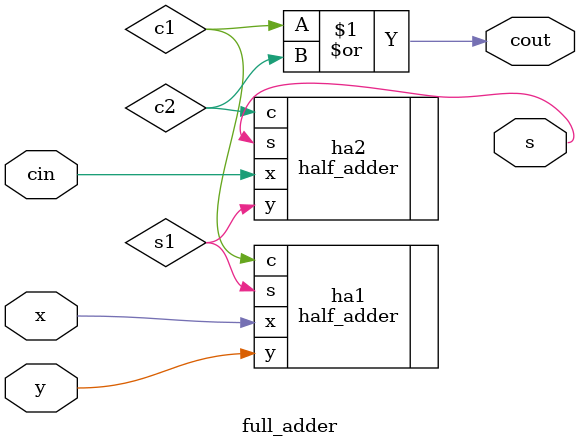
<source format=sv>

module full_adder (
    input  logic x,    // Input x
    input  logic y,    // Input y
    input  logic cin,  // Carry-in input
    output logic s,    // Sum output
    output logic cout  // Carry-out output
);
    // Internal wires for half adder outputs
    logic s1, c1, c2;

    // Instantiate two half adders
    half_adder ha1(.x(x), .y(y), .s(s1), .c(c1));
    half_adder ha2(.x(cin), .y(s1), .s(s), .c(c2));

    // Carry-out logic
    assign cout = c1 | c2;
endmodule
</source>
